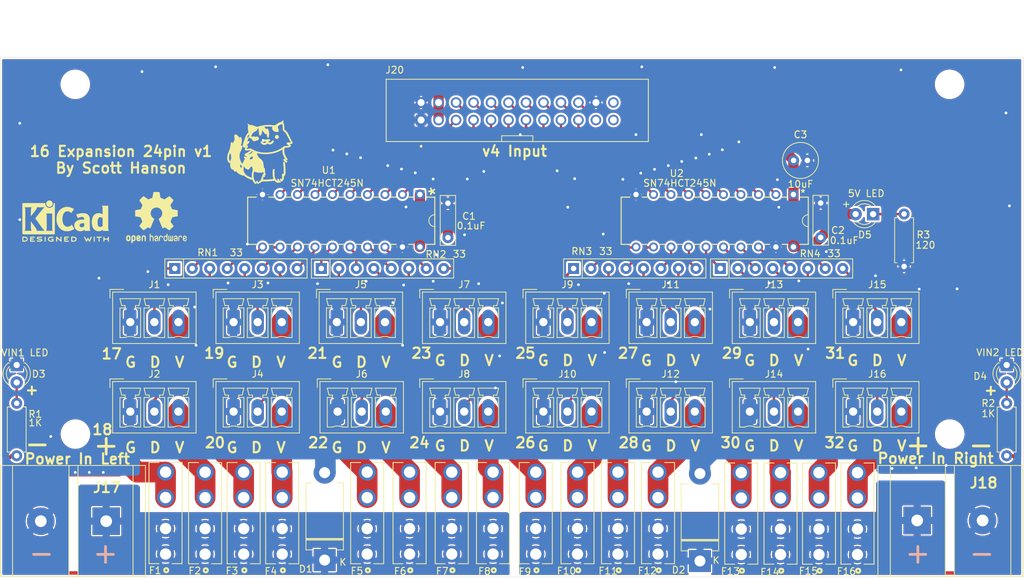
<source format=kicad_pcb>
(kicad_pcb (version 20211014) (generator pcbnew)
  (title_block (title "16 Expansion 24pin") (date "2022-05-09") (rev "v1") (company "Scott Hanson"))
  (layers (0 "F.Cu" signal) (31 "B.Cu" signal) (34 "B.Paste" user) (35 "F.Paste" user) (36 "B.SilkS" user "B.Silkscreen") (37 "F.SilkS" user "F.Silkscreen") (38 "B.Mask" user) (39 "F.Mask" user) (44 "Edge.Cuts" user))
  (net 0 "")
  (net 1 "GND")
  (net 2 "+5V")
  (net 3 "Net-(RN1-Pad4)")
  (net 4 "Net-(RN1-Pad2)")
  (net 5 "Net-(RN2-Pad3)")
  (net 6 "Net-(RN2-Pad1)")
  (net 7 "Net-(RN1-Pad8)")
  (net 8 "Net-(RN1-Pad6)")
  (net 9 "Net-(RN2-Pad7)")
  (net 10 "Net-(RN2-Pad5)")
  (net 11 "VIN1")
  (net 12 "/Output 1-8/VOUT1")
  (net 13 "/Output 1-8/VOUT2")
  (net 14 "/Output 1-8/VOUT3")
  (net 15 "/Output 1-8/VOUT4")
  (net 16 "/Output 1-8/VOUT5")
  (net 17 "/Output 1-8/VOUT6")
  (net 18 "/Output 1-8/VOUT7")
  (net 19 "VIN2")
  (net 20 "/Output 1-8/VOUT8")
  (net 21 "/Output 9-16/VOUT9")
  (net 22 "/Output 9-16/VOUT10")
  (net 23 "/Output 9-16/VOUT11")
  (net 24 "/Output 9-16/VOUT12")
  (net 25 "/Output 9-16/VOUT13")
  (net 26 "/Output 9-16/VOUT14")
  (net 27 "/Output 9-16/VOUT15")
  (net 28 "/Output 9-16/VOUT16")
  (net 29 "/Output 1-8/DOUT1")
  (net 30 "/Output 1-8/DOUT2")
  (net 31 "/Output 1-8/DOUT3")
  (net 32 "/Output 1-8/DOUT4")
  (net 33 "/Output 1-8/DOUT5")
  (net 34 "/Output 1-8/DOUT6")
  (net 35 "/Output 1-8/DOUT7")
  (net 36 "/Output 1-8/DOUT8")
  (net 37 "/Output 9-16/DOUT9")
  (net 38 "/Output 9-16/DOUT10")
  (net 39 "/Output 9-16/DOUT11")
  (net 40 "/Output 9-16/DOUT12")
  (net 41 "/Output 9-16/DOUT13")
  (net 42 "/Output 9-16/DOUT14")
  (net 43 "/Output 9-16/DOUT15")
  (net 44 "/Output 9-16/DOUT16")
  (net 45 "Net-(RN3-Pad8)")
  (net 46 "Net-(RN3-Pad6)")
  (net 47 "Net-(RN3-Pad4)")
  (net 48 "Net-(RN3-Pad2)")
  (net 49 "Net-(RN4-Pad7)")
  (net 50 "Net-(RN4-Pad5)")
  (net 51 "Net-(RN4-Pad3)")
  (net 52 "Net-(RN4-Pad1)")
  (net 53 "OUT32")
  (net 54 "OUT24")
  (net 55 "OUT31")
  (net 56 "OUT23")
  (net 57 "OUT30")
  (net 58 "OUT22")
  (net 59 "OUT21")
  (net 60 "OUT20")
  (net 61 "OUT27")
  (net 62 "OUT19")
  (net 63 "OUT26")
  (net 64 "OUT18")
  (net 65 "OUT25")
  (net 66 "OUT17")
  (net 67 "OUT29")
  (net 68 "OUT28")
  (net 69 "Net-(D3-Pad2)")
  (net 70 "Net-(D4-Pad2)")
  (net 71 "Net-(D5-Pad1)")
  (net 72 "Net-(J20-Pad24)")
  (net 73 "Net-(J20-Pad23)")
  (net 74 "Net-(J20-Pad21)")
  (footprint "Capacitor_THT:C_Rect_L7.0mm_W2.0mm_P5.00mm" (layer "F.Cu") (at 189.3824 104.3051 90)
    (fp_text reference "C2")
    (fp_text value "0.1uF")
  )
  (footprint "Connector_Phoenix_MC:PhoenixContact_MCV_1,5_3-G-3.5_1x03_P3.50mm_Vertical" (layer "F.Cu") (at 89.1 129.6)
    (fp_text reference "J2")
    (fp_text value "String2")
  )
  (footprint "Connector_Phoenix_MC:PhoenixContact_MCV_1,5_3-G-3.5_1x03_P3.50mm_Vertical" (layer "F.Cu") (at 119.1 116.6)
    (fp_text reference "J5")
    (fp_text value "String5")
  )
  (footprint "Connector_Phoenix_MC:PhoenixContact_MCV_1,5_3-G-3.5_1x03_P3.50mm_Vertical" (layer "F.Cu") (at 119.214342 129.6)
    (fp_text reference "J6")
    (fp_text value "String6")
  )
  (footprint "Connector_Phoenix_MC:PhoenixContact_MCV_1,5_3-G-3.5_1x03_P3.50mm_Vertical" (layer "F.Cu") (at 134.1 116.6)
    (fp_text reference "J7")
    (fp_text value "String7")
  )
  (footprint "Connector_Phoenix_MC:PhoenixContact_MCV_1,5_3-G-3.5_1x03_P3.50mm_Vertical" (layer "F.Cu") (at 134.1 129.6)
    (fp_text reference "J8")
    (fp_text value "String8")
  )
  (footprint "Connector_Phoenix_MC:PhoenixContact_MCV_1,5_3-G-3.5_1x03_P3.50mm_Vertical" (layer "F.Cu") (at 149.1 116.6)
    (fp_text reference "J9")
    (fp_text value "String9")
  )
  (footprint "Connector_Phoenix_MC:PhoenixContact_MCV_1,5_3-G-3.5_1x03_P3.50mm_Vertical" (layer "F.Cu") (at 149.1 129.6)
    (fp_text reference "J10")
    (fp_text value "String10")
  )
  (footprint "Connector_Phoenix_MC:PhoenixContact_MCV_1,5_3-G-3.5_1x03_P3.50mm_Vertical" (layer "F.Cu") (at 164.1 116.6)
    (fp_text reference "J11")
    (fp_text value "String11")
  )
  (footprint "Connector_Phoenix_MC:PhoenixContact_MCV_1,5_3-G-3.5_1x03_P3.50mm_Vertical" (layer "F.Cu") (at 164.1 129.6)
    (fp_text reference "J12")
    (fp_text value "String12")
  )
  (footprint "Connector_Phoenix_MC:PhoenixContact_MCV_1,5_3-G-3.5_1x03_P3.50mm_Vertical" (layer "F.Cu") (at 179.1 116.6)
    (fp_text reference "J13")
    (fp_text value "String13")
  )
  (footprint "Connector_Phoenix_MC:PhoenixContact_MCV_1,5_3-G-3.5_1x03_P3.50mm_Vertical" (layer "F.Cu") (at 179.1 129.6)
    (fp_text reference "J14")
    (fp_text value "String14")
  )
  (footprint "Connector_Phoenix_MC:PhoenixContact_MCV_1,5_3-G-3.5_1x03_P3.50mm_Vertical" (layer "F.Cu") (at 194.1 116.6)
    (fp_text reference "J15")
    (fp_text value "String15")
  )
  (footprint "Connector_Phoenix_MC:PhoenixContact_MCV_1,5_3-G-3.5_1x03_P3.50mm_Vertical" (layer "F.Cu") (at 194.1 129.6)
    (fp_text reference "J16")
    (fp_text value "String16")
  )
  (footprint "SN74HCT245N:SN74HCT245N" (layer "F.Cu") (at 162.5626 105.6886 -90)
    (fp_text reference "U2")
    (fp_text value "SN74HCT245N")
  )
  (footprint "Keystone_Fuse:FUSE_3544-2" (layer "F.Cu") (at 94.2226 144.3386 90)
    (fp_text reference "F1")
    (fp_text value "3544-2")
  )
  (footprint "Keystone_Fuse:FUSE_3544-2" (layer "F.Cu") (at 135.7926 144.3486 90)
    (fp_text reference "F7")
    (fp_text value "3544-2")
  )
  (footprint "Keystone_Fuse:FUSE_3544-2" (layer "F.Cu") (at 183.5531 144.4136 90)
    (fp_text reference "F14")
    (fp_text value "3544-2")
  )
  (footprint "Diode_THT:D_DO-201AD_P12.70mm_Horizontal" (layer "F.Cu") (at 171.8476 151.305 90)
    (fp_text reference "D2")
    (fp_text value "SB5100-T")
  )
  (footprint "Capacitor_THT:C_Rect_L7.0mm_W2.0mm_P5.00mm" (layer "F.Cu") (at 135.2423 104.3305 90)
    (fp_text reference "C1")
    (fp_text value "0.1uF")
  )
  (footprint "Keystone_Fuse:FUSE_3544-2" (layer "F.Cu") (at 99.9676 144.3536 90)
    (fp_text reference "F2")
    (fp_text value "3544-2")
  )
  (footprint "Keystone_Fuse:FUSE_3544-2" (layer "F.Cu") (at 129.6726 144.3486 90)
    (fp_text reference "F6")
    (fp_text value "3544-2")
  )
  (footprint "Keystone_Fuse:FUSE_3544-2" (layer "F.Cu") (at 141.7931 144.3486 90)
    (fp_text reference "F8")
    (fp_text value "3544-2")
  )
  (footprint "Keystone_Fuse:FUSE_3544-2" (layer "F.Cu") (at 148.0026 144.3486 90)
    (fp_text reference "F9")
    (fp_text value "3544-2")
  )
  (footprint "Keystone_Fuse:FUSE_3544-2" (layer "F.Cu") (at 154.0626 144.3486 90)
    (fp_text reference "F10")
    (fp_text value "3544-2")
  )
  (footprint "Keystone_Fuse:FUSE_3544-2" (layer "F.Cu") (at 194.7291 144.4136 90)
    (fp_text reference "F16")
    (fp_text value "3544-2")
  )
  (footprint "Keystone_Fuse:FUSE_3544-2" (layer "F.Cu") (at 123.5126 144.3486 90)
    (fp_text reference "F5")
    (fp_text value "3544-2")
  )
  (footprint "Keystone_Fuse:FUSE_3544-2" (layer "F.Cu") (at 105.5676 144.3536 90)
    (fp_text reference "F3")
    (fp_text value "3544-2")
  )
  (footprint "Keystone_Fuse:FUSE_3544-2" (layer "F.Cu") (at 177.8476 144.4136 90)
    (fp_text reference "F13")
    (fp_text value "3544-2")
  )
  (footprint "Resistor_THT:R_Array_SIP8" (layer "F.Cu") (at 95.5615 108.8136)
    (fp_text reference "RN1")
    (fp_text value "33")
  )
  (footprint "Keystone_Fuse:FUSE_3544-2" (layer "F.Cu") (at 159.9426 144.3486 90)
    (fp_text reference "F11")
    (fp_text value "3544-2")
  )
  (footprint "Resistor_THT:R_Array_SIP8" (layer "F.Cu") (at 153.4862 108.8136)
    (fp_text reference "RN3")
    (fp_text value "33")
  )
  (footprint "Resistor_THT:R_Array_SIP8" (layer "F.Cu") (at 174.8126 108.8136)
    (fp_text reference "RN4")
    (fp_text value "33")
  )
  (footprint "Resistor_THT:R_Array_SIP8" (layer "F.Cu") (at 116.8527 108.8136)
    (fp_text reference "RN2")
    (fp_text value "33")
  )
  (footprint "Keystone_Fuse:FUSE_3544-2" (layer "F.Cu") (at 111.1676 144.3536 90)
    (fp_text reference "F4")
    (fp_text value "3544-2")
  )
  (footprint "Connector_Phoenix_MC:PhoenixContact_MCV_1,5_3-G-3.5_1x03_P3.50mm_Vertical" (layer "F.Cu") (at 89.1 116.6)
    (fp_text reference "J1")
    (fp_text value "String1")
  )
  (footprint "Connector_Phoenix_MC:PhoenixContact_MCV_1,5_3-G-3.5_1x03_P3.50mm_Vertical" (layer "F.Cu") (at 104.1 116.6)
    (fp_text reference "J3")
    (fp_text value "String3")
  )
  (footprint "Connector_Phoenix_MC:PhoenixContact_MCV_1,5_3-G-3.5_1x03_P3.50mm_Vertical" (layer "F.Cu") (at 104.1 129.6)
    (fp_text reference "J4")
    (fp_text value "String4")
  )
  (footprint "Diode_THT:D_DO-201AD_P12.70mm_Horizontal" (layer "F.Cu") (at 117.3326 151.1686 90)
    (fp_text reference "D1")
    (fp_text value "SB5100-T")
  )
  (footprint "Keystone_Fuse:FUSE_3544-2" (layer "F.Cu") (at 189.1411 144.4136 90)
    (fp_text reference "F15")
    (fp_text value "3544-2")
  )
  (footprint "Keystone_Fuse:FUSE_3544-2" (layer "F.Cu") (at 165.7611 144.3486 90)
    (fp_text reference "F12")
    (fp_text value "3544-2")
  )
  (footprint "MountingHole:MountingHole_3.7mm" (layer "F.Cu") (at 81.113 82.0666)
    (fp_text reference "REF**")
    (fp_text value "MountingHole_3.7mm")
  )
  (footprint "MountingHole:MountingHole_3.7mm" (layer "F.Cu") (at 208.113 82.0666)
    (fp_text reference "REF**")
    (fp_text value "MountingHole_3.7mm")
  )
  (footprint "SN74HCT245N:SN74HCT245N" (layer "F.Cu") (at 108.3126 105.6886 -90)
    (fp_text reference "U1")
    (fp_text value "SN74HCT245N")
  )
  (footprint "LED_THT:LED_D3.0mm_Clear" (layer "F.Cu") (at 72.601 122.831 -90)
    (fp_text reference "D3")
    (fp_text value "VIN1 LED")
  )
  (footprint "Resistor_THT:R_Axial_DIN0207_L6.3mm_D2.5mm_P7.62mm_Horizontal" (layer "F.Cu") (at 72.601 128.392 -90)
    (fp_text reference "R1")
    (fp_text value "1K")
  )
  (footprint "LED_THT:LED_D3.0mm_Clear" (layer "F.Cu") (at 197.001 100.9178 180)
    (fp_text reference "D5")
    (fp_text value "5V LED")
  )
  (footprint "Resistor_THT:R_Axial_DIN0207_L6.3mm_D2.5mm_P7.62mm_Horizontal" (layer "F.Cu") (at 201.501 108.5178 90)
    (fp_text reference "R3")
    (fp_text value "120")
  )
  (footprint "Symbol:OSHW-Logo2_9.8x8mm_SilkScreen" (layer "F.Cu") (at 92.901 101.4178)
    (fp_text reference "REF**" hide)
    (fp_text value "OSHW-Logo2_9.8x8mm_SilkScreen" hide)
  )
  (footprint "Symbol:KiCad-Logo2_5mm_SilkScreen" (layer "F.Cu") (at 79.701 101.9178)
    (fp_text reference "REF**" hide)
    (fp_text value "KiCad-Logo2_5mm_SilkScreen" hide)
  )
  (footprint "Barrier_Blocks:BARRIER_BLOCK_1ROW_2POS_P9.5MM" (layer "F.Cu") (at 91.301 137.4178 180)
    (fp_text reference "J17")
    (fp_text value "Power In Left")
  )
  (footprint "MountingHole:MountingHole_3.7mm" (layer "F.Cu") (at 208.1276 132.8666)
    (fp_text reference "REF**")
    (fp_text value "MountingHole_3.7mm")
  )
  (footprint "Barrier_Blocks:BARRIER_BLOCK_1ROW_2POS_P9.5MM" (layer "F.Cu") (at 197.701 153.5178)
    (fp_text reference "J18")
    (fp_text value "Power In Right")
  )
  (footprint "Resistor_THT:R_Axial_DIN0207_L6.3mm_D2.5mm_P7.62mm_Horizontal" (layer "F.Cu") (at 216.401 128.392 -90)
    (fp_text reference "R2")
    (fp_text value "1K")
  )
  (footprint "LED_THT:LED_D3.0mm_Clear" (layer "F.Cu") (at 216.401 122.831 -90)
    (fp_text reference "D4")
    (fp_text value "VIN2 LED")
  )
  (footprint "302-S241:OST_302-S241" (layer "F.Cu") (at 145.311 85.9778)
    (fp_text reference "J20")
    (fp_text value "v4 Input")
  )
  (footprint "Scotts:chewi_15" (layer "F.Cu") (at 107.721 90.7478)
    (fp_text reference "G***")
    (fp_text value "LOGO" hide)
  )
  (footprint "MountingHole:MountingHole_3.7mm" (layer "F.Cu") (at 81.1276 132.8666)
    (fp_text reference "REF**")
    (fp_text value "MountingHole_3.7mm")
  )
  (footprint "Capacitor_THT:C_Radial_D5.0mm_H11.0mm_P2.00mm" (layer "F.Cu") (at 185.451 93.1178)
    (fp_text reference "C3")
    (fp_text value "10uF")
  )
  (gr_line (start 218.801 153.6178) (end 218.801 78.1178) (layer "Edge.Cuts") (width 0.05))
  (gr_line (start 70.201 78.1178) (end 70.201 153.6178) (layer "Edge.Cuts") (width 0.05))
  (gr_line (start 218.801 78.1178) (end 70.201 78.1178) (layer "Edge.Cuts") (width 0.05))
  (gr_line (start 218.801 153.6178) (end 70.201 153.6178) (layer "Edge.Cuts") (width 0.05))
  (gr_text "-" (at 76.201 150.1178) (layer "B.SilkS") (effects (font (size 3 3) (thickness 0.4)) (justify mirror)))
  (gr_text "+" (at 85.501 150.1178) (layer "B.SilkS") (effects (font (size 3 3) (thickness 0.4)) (justify mirror)))
  (gr_text "+" (at 203.501 150.1178) (layer "B.SilkS") (effects (font (size 3 3) (thickness 0.4)) (justify mirror)))
  (gr_text "-" (at 212.801 150.1178) (layer "B.SilkS") (effects (font (size 3 3) (thickness 0.4)) (justify mirror)))
  (gr_text "G" (at 103.886 134.828) (layer "F.SilkS") (effects (font (size 1.5 1.5) (thickness 0.3))))
  (gr_text "D" (at 122.682 134.828) (layer "F.SilkS") (effects (font (size 1.5 1.5) (thickness 0.3))))
  (gr_text "V" (at 171.196 134.574) (layer "F.SilkS") (effects (font (size 1.5 1.5) (thickness 0.3))))
  (gr_text "D" (at 167.64 134.574) (layer "F.SilkS") (effects (font (size 1.5 1.5) (thickness 0.3))))
  (gr_text "V" (at 186.182 134.574) (layer "F.SilkS") (effects (font (size 1.5 1.5) (thickness 0.3))))
  (gr_text "G" (at 119.126 134.828) (layer "F.SilkS") (effects (font (size 1.5 1.5) (thickness 0.3))))
  (gr_text "G" (at 179.07 134.574) (layer "F.SilkS") (effects (font (size 1.5 1.5) (thickness 0.3))))
  (gr_text "V" (at 201.168 134.574) (layer "F.SilkS") (effects (font (size 1.5 1.5) (thickness 0.3))))
  (gr_text "D" (at 197.612 134.574) (layer "F.SilkS") (effects (font (size 1.5 1.5) (thickness 0.3))))
  (gr_text "G" (at 194.056 134.574) (layer "F.SilkS") (effects (font (size 1.5 1.5) (thickness 0.3))))
  (gr_text "D" (at 137.668 134.574) (layer "F.SilkS") (effects (font (size 1.5 1.5) (thickness 0.3))))
  (gr_text "D" (at 107.442 134.828) (layer "F.SilkS") (effects (font (size 1.5 1.5) (thickness 0.3))))
  (gr_text "D" (at 182.626 134.574) (layer "F.SilkS") (effects (font (size 1.5 1.5) (thickness 0.3))))
  (gr_text "V" (at 96.266 134.828) (layer "F.SilkS") (effects (font (size 1.5 1.5) (thickness 0.3))))
  (gr_text "V" (at 156.21 134.574) (layer "F.SilkS") (effects (font (size 1.5 1.5) (thickness 0.3))))
  (gr_text "G" (at 149.098 134.574) (layer "F.SilkS") (effects (font (size 1.5 1.5) (thickness 0.3))))
  (gr_text "G" (at 134.112 134.574) (layer "F.SilkS") (effects (font (size 1.5 1.5) (thickness 0.3))))
  (gr_text "V" (at 110.998 134.828) (layer "F.SilkS") (effects (font (size 1.5 1.5) (thickness 0.3))))
  (gr_text "G" (at 89.154 134.828) (layer "F.SilkS") (effects (font (size 1.5 1.5) (thickness 0.3))))
  (gr_text "D" (at 92.71 134.828) (layer "F.SilkS") (effects (font (size 1.5 1.5) (thickness 0.3))))
  (gr_text "V" (at 141.224 134.574) (layer "F.SilkS") (effects (font (size 1.5 1.5) (thickness 0.3))))
  (gr_text "V" (at 126.238 134.828) (layer "F.SilkS") (effects (font (size 1.5 1.5) (thickness 0.3))))
  (gr_text "D" (at 152.654 134.574) (layer "F.SilkS") (effects (font (size 1.5 1.5) (thickness 0.3))))
  (gr_text "G" (at 164.084 134.574) (layer "F.SilkS") (effects (font (size 1.5 1.5) (thickness 0.3))))
  (gr_text "D" (at 92.71 122.428) (layer "F.SilkS") (effects (font (size 1.5 1.5) (thickness 0.3))))
  (gr_text "G" (at 89.154 122.428) (layer "F.SilkS") (effects (font (size 1.5 1.5) (thickness 0.3))))
  (gr_text "V" (at 96.266 122.428) (layer "F.SilkS") (effects (font (size 1.5 1.5) (thickness 0.3))))
  (gr_text "+" (at 203.541 134.3658) (layer "F.SilkS") (effects (font (size 3 3) (thickness 0.4))))
  (gr_text "${TITLE} ${REVISION}\nBy ${COMPANY}\n" (at 87.751 93.0178) (layer "F.SilkS") (effects (font (size 1.5 1.5) (thickness 0.3))))
  (gr_text "17" (at 86.401 121.2178) (layer "F.SilkS") (effects (font (size 1.5 1.5) (thickness 0.3))))
  (gr_text "22" (at 116.401 134.1178) (layer "F.SilkS") (effects (font (size 1.5 1.5) (thickness 0.3))))
  (gr_text "31" (at 191.501 121.1178) (layer "F.SilkS") (effects (font (size 1.5 1.5) (thickness 0.3))))
  (gr_text "V" (at 156.21 122.174) (layer "F.SilkS") (effects (font (size 1.5 1.5) (thickness 0.3))))
  (gr_text "G" (at 149.098 122.174) (layer "F.SilkS") (effects (font (size 1.5 1.5) (thickness 0.3))))
  (gr_text "D" (at 137.668 122.174) (layer "F.SilkS") (effects (font (size 1.5 1.5) (thickness 0.3))))
  (gr_text "V" (at 171.196 122.174) (layer "F.SilkS") (effects (font (size 1.5 1.5) (thickness 0.3))))
  (gr_text "V" (at 110.998 122.428) (layer "F.SilkS") (effects (font (size 1.5 1.5) (thickness 0.3))))
  (gr_text "D" (at 152.654 122.174) (layer "F.SilkS") (effects (font (size 1.5 1.5) (thickness 0.3))))
  (gr_text "D" (at 107.442 122.428) (layer "F.SilkS") (effects (font (size 1.5 1.5) (thickness 0.3))))
  (gr_text "G" (at 179.07 122.174) (layer "F.SilkS") (effects (font (size 1.5 1.5) (thickness 0.3))))
  (gr_text "+" (at 193.101 99.4178) (layer "F.SilkS") (effects (font (size 1 1))))
  (gr_text "19" (at 101.301 121.1178) (layer "F.SilkS") (effects (font (size 1.5 1.5) (thickness 0.3))))
  (gr_text "32" (at 191.401 134.1178) (layer "F.SilkS") (effects (font (size 1.5 1.5) (thickness 0.3))))
  (gr_text "G" (at 194.056 122.174) (layer "F.SilkS") (effects (font (size 1.5 1.5) (thickness 0.3))))
  (gr_text "18" (at 85.051 132.2178) (layer "F.SilkS") (effects (font (size 1.5 1.5) (thickness 0.3))))
  (gr_text "29" (at 176.501 121.1178) (layer "F.SilkS") (effects (font (size 1.5 1.5) (thickness 0.3))))
  (gr_text "V" (at 126.238 122.428) (layer "F.SilkS") (effects (font (size 1.5 1.5) (thickness 0.3))))
  (gr_text "27" (at 161.401 121.1178) (layer "F.SilkS") (effects (font (size 1.5 1.5) (thickness 0.3))))
  (gr_text "26" (at 146.501 134.1178) (layer "F.SilkS") (effects (font (size 1.5 1.5) (thickness 0.3))))
  (gr_text "G" (at 134.112 122.174) (layer "F.SilkS") (effects (font (size 1.5 1.5) (thickness 0.3))))
  (gr_text "28" (at 161.501 134.1178) (layer "F.SilkS") (effects (font (size 1.5 1.5) (thickness 0.3))))
  (gr_text "-" (at 212.685 134.3658) (layer "F.SilkS") (effects (font (size 3 3) (thickness 0.4))))
  (gr_text "21" (at 116.301 121.1178) (layer "F.SilkS") (effects (font (size 1.5 1.5) (thickness 0.3))))
  (gr_text "D" (at 197.612 122.174) (layer "F.SilkS") (effects (font (size 1.5 1.5) (thickness 0.3))))
  (gr_text "V" (at 141.224 122.174) (layer "F.SilkS") (effects (font (size 1.5 1.5) (thickness 0.3))))
  (gr_text "-" (at 75.601 134.2178) (layer "F.SilkS") (effects (font (size 3 3) (thickness 0.4))))
  (gr_text "V" (at 201.168 122.174) (layer "F.SilkS") (effects (font (size 1.5 1.5) (thickness 0.3))))
  (gr_text "23" (at 131.401 121.1178) (layer "F.SilkS") (effects (font (size 1.5 1.5) (thickness 0.3))))
  (gr_text "24" (at 131.101 134.1178) (layer "F.SilkS") (effects (font (size 1.5 1.5) (thickness 0.3))))
  (gr_text "G" (at 119.126 122.428) (layer "F.SilkS") (effects (font (size 1.5 1.5) (thickness 0.3))))
  (gr_text "D" (at 182.626 122.174) (layer "F.SilkS") (effects (font (size 1.5 1.5) (thickness 0.3))))
  (gr_text "G" (at 164.084 122.174) (layer "F.SilkS") (effects (font (size 1.5 1.5) (thickness 0.3))))
  (gr_text "D" (at 122.682 122.428) (layer "F.SilkS") (effects (font (size 1.5 1.5) (thickness 0.3))))
  (gr_text "30" (at 176.301 134.1178) (layer "F.SilkS") (effects (font (size 1.5 1.5) (thickness 0.3))))
  (gr_text "G" (at 103.886 122.428) (layer "F.SilkS") (effects (font (size 1.5 1.5) (thickness 0.3))))
  (gr_text "V" (at 186.182 122.174) (layer "F.SilkS") (effects (font (size 1.5 1.5) (thickness 0.3))))
  (gr_text "25" (at 146.501 121.1178) (layer "F.SilkS") (effects (font (size 1.5 1.5) (thickness 0.3))))
  (gr_text "+" (at 214.101 126.4678) (layer "F.SilkS") (effects (font (size 1.5 1.5) (thickness 0.3))))
  (gr_text "+" (at 74.801 126.4178) (layer "F.SilkS") (effects (font (size 1.5 1.5) (thickness 0.3))))
  (gr_text "20" (at 101.401 134.1178) (layer "F.SilkS") (effects (font (size 1.5 1.5) (thickness 0.3))))
  (gr_text "D" (at 167.64 122.174) (layer "F.SilkS") (effects (font (size 1.5 1.5) (thickness 0.3))))
  (gr_text "+" (at 85.601 134.4178) (layer "F.SilkS") (effects (font (size 3 3) (thickness 0.4))))
  (via (at 187.551 120.5178) (size 0.8) (drill 0.4) (layers "F.Cu" "B.Cu") (net 1))
  (via (at 183.101 95.9178) (size 0.8) (drill 0.4) (layers "F.Cu" "B.Cu") (net 1))
  (via (at 128.501 94.3678) (size 0.8) (drill 0.4) (layers "F.Cu" "B.Cu") (net 1))
  (via (at 154.201 111.1678) (size 0.8) (drill 0.4) (layers "F.Cu" "B.Cu") (net 1))
  (via (at 209.201 111.7678) (size 0.8) (drill 0.4) (layers "F.Cu" "B.Cu") (net 1))
  (via (at 168.351 125.2678) (size 0.8) (drill 0.4) (layers "F.Cu" "B.Cu") (net 1))
  (via (at 84.551 110.2178) (size 0.8) (drill 0.4) (layers "F.Cu" "B.Cu") (net 1))
  (via (at 122.551 92.7178) (size 0.8) (drill 0.4) (layers "F.Cu" "B.Cu") (net 1))
  (via (at 145.751 89.3678) (size 0.8) (drill 0.4) (layers "F.Cu" "B.Cu") (net 1))
  (via (at 171.251 92.7678) (size 0.8) (drill 0.4) (layers "F.Cu" "B.Cu") (net 1))
  (via (at 91.651 109.2678) (size 0.8) (drill 0.4) (layers "F.Cu" "B.Cu") (net 1))
  (via (at 123.351 110.6678) (size 0.8) (drill 0.4) (layers "F.Cu" "B.Cu") (net 1))
  (via (at 98.451 114.4178) (size 0.8) (drill 0.4) (layers "F.Cu" "B.Cu") (net 1))
  (via (at 81.113 138.4298) (size 0.8) (drill 0.4) (layers "F.Cu" "B.Cu") (net 1))
  (via (at 157.951 112.4178) (size 0.8) (drill 0.4) (layers "F.Cu" "B.Cu") (net 1))
  (via (at 167.251 110.9178) (size 0.8) (drill 0.4) (layers "F.Cu" "B.Cu") (net 1))
  (via (at 138.051 95.8178) (size 0.8) (drill 0.4) (layers "F.Cu" "B.Cu") (net 1))
  (via (at 73.051 87.7178) (size 0.8) (drill 0.4) (layers "F.Cu" "B.Cu") (net 1))
  (via (at 207.605 137.4138) (size 0.8) (drill 0.4) (layers "F.Cu" "B.Cu") (net 1))
  (via (at 90.801 80.2178) (size 0.8) (drill 0.4) (layers "F.Cu" "B.Cu") (net 1))
  (via (at 73.051 101.7178) (size 0.8) (drill 0.4) (layers "F.Cu" "B.Cu") (net 1))
  (via (at 133.551 106.8178) (size 0.8) (drill 0.4) (layers "F.Cu" "B.Cu") (net 1))
  (via (at 190.201 106.3678) (size 0.8) (drill 0.4) (layers "F.Cu" "B.Cu") (net 1))
  (via (at 118.551 91.6178) (size 0.8) (drill 0.4) (layers "F.Cu" "B.Cu") (net 1))
  (via (at 163.401 79.5178) (size 0.8) (drill 0.4) (layers "F.Cu" "B.Cu") (net 1))
  (via (at 108.401 90.2178) (size 0.8) (drill 0.4) (layers "F.Cu" "B.Cu") (net 1))
  (via (at 177.501 90.4178) (size 0.8) (drill 0.4) (layers "F.Cu" "B.Cu") (net 1))
  (via (at 85.177 138.4298) (size 0.8) (drill 0.4) (layers "F.Cu" "B.Cu") (net 1))
  (via (at 216.301 86.2178) (size 0.8) (drill 0.4) (layers "F.Cu" "B.Cu") (net 1))
  (via (at 163.251 94.9678) (size 0.8) (drill 0.4) (layers "F.Cu" "B.Cu") (net 1))
  (via (at 103.301 110.9178) (size 0.8) (drill 0.4) (layers "F.Cu" "B.Cu") (net 1))
  (via (at 216.801 99.7178) (size 0.8) (drill 0.4) (layers "F.Cu" "B.Cu") (net 1))
  (via (at 165.251 94.4178) (size 0.8) (drill 0.4) (layers "F.Cu" "B.Cu") (net 1))
  (via (at 143.151 113.8178) (size 0.8) (drill 0.4) (layers "F.Cu" "B.Cu") (net 1))
  (via (at 169.201 93.2678) (size 0.8) (drill 0.4) (layers "F.Cu" "B.Cu") (net 1))
  (via (at 139.701 111.0178) (size 0.8) (drill 0.4) (layers "F.Cu" "B.Cu") (net 1))
  (via (at 127.251 113.7678) (size 0.8) (drill 0.4) (layers "F.Cu" "B.Cu") (net 1))
  (via (at 117.801 79.2178) (size 0.8) (drill 0.4) (layers "F.Cu" "B.Cu") (net 1))
  (via (at 120.551 92.1678) (size 0.8) (drill 0.4) (layers "F.Cu" "B.Cu") (net 1))
  (via (at 153.651 95.7678) (size 0.8) (drill 0.4) (layers "F.Cu" "B.Cu") (net 1))
  (via (at 142.751 121.5178) (size 0.8) (drill 0.4) (layers "F.Cu" "B.Cu") (net 1))
  (via (at 201.051 79.9678) (size 0.8) (drill 0.4) (layers "F.Cu" "B.Cu") (net 1))
  (via (at 152.651 99.9178) (size 0.8) (drill 0.4) (layers "F.Cu" "B.Cu") (net 1))
  (via (at 161.501 111.0178) (size 0.8) (drill 0.4) (layers "F.Cu" "B.Cu") (net 1))
  (via (at 199.751 137.8678) (size 0.8) (drill 0.4) (layers "F.Cu" "B.Cu") (net 1))
  (via (at 181.901 110.9178) (size 0.8) (drill 0.4) (layers "F.Cu" "B.Cu") (net 1))
  (via (at 77.551 133.2178) (size 0.8) (drill 0.4) (layers "F.Cu" "B.Cu") (net 1))
  (via (at 167.251 93.8678) (size 0.8) (drill 0.4) (layers "F.Cu" "B.Cu") (net 1))
  (via (at 157.801 103.8178) (size 0.8) (drill 0.4) (layers "F.Cu" "B.Cu") (net 1))
  (via (at 158.001 121.0178) (size 0.8) (drill 0.4) (layers "F.Cu" "B.Cu") (net 1))
  (via (at 186.201 110.6178) (size 0.8) (drill 0.4) (layers "F.Cu" "B.Cu") (net 1))
  (via (at 142.151 126.1678) (size 0.8) (drill 0.4) (layers "F.Cu" "B.Cu") (net 1))
  (via (at 151.101 94.6178) (size 0.8) (drill 0.4) (layers "F.Cu" "B.Cu") (net 1))
  (via (at 128.651 119.9678) (size 0.8) (drill 0.4) (layers "F.Cu" "B.Cu") (net 1))
  (via (at 106.101 105.2678) (size 0.8) (drill 0.4) (layers "F.Cu" "B.Cu") (net 1))
  (via (at 203.251 137.7678) (size 0.8) (drill 0.4) (layers "F.Cu" "B.Cu") (net 1))
  (via (at 183.301 99.9178) (size 0.8) (drill 0.4) (layers "F.Cu" "B.Cu") (net 1))
  (via (at 133.101 110.6678) (size 0.8) (drill 0.4) (layers "F.Cu" "B.Cu") (net 1))
  (via (at 173.201 92.2178) (size 0.8) (drill 0.4) (layers "F.Cu" "B.Cu") (net 1))
  (via (at 128.801 111.2178) (size 0.8) (drill 0.4) (layers "F.Cu" "B.Cu") (net 1))
  (via (at 130.501 94.9178) (size 0.8) (drill 0.4) (layers "F.Cu" "B.Cu") (net 1))
  (via (at 116.301 111.0178) (size 0.8) (drill 0.4) (layers "F.Cu" "B.Cu") (net 1))
  (via (at 83.145 138.4298) (size 0.8) (drill 0.4) (layers "F.Cu" "B.Cu") (net 1))
  (via (at 160.651 95.8678) (size 0.8) (drill 0.4) (layers "F.Cu" "B.Cu") (net 1))
  (via (at 203.701 111.8178) (size 0.8) (drill 0.4) (layers "F.Cu" "B.Cu") (net 1))
  (via (at 98.651 119.9678) (size 0.8) (drill 0.4) (layers "F.Cu" "B.Cu") (net 1))
  (via (at 101.501 79.5178) (size 0.8) (drill 0.4) (layers "F.Cu" "B.Cu") (net 1))
  (via (at 94.601 111.1678) (size 0.8) (drill 0.4) (layers "F.Cu" "B.Cu") (net 1))
  (via (at 173.301 114.7178) (size 0.8) (drill 0.4) (layers "F.Cu" "B.Cu") (net 1))
  (via (at 197.351 109.8678) (size 0.8) (drill 0.4) (layers "F.Cu" "B.Cu") (net 1))
  (via (at 137.651 103.9178) (size 0.8) (drill 0.4) (layers "F.Cu" "B.Cu") (net 1))
  (via (at 109.101 110.9178) (size 0.8) (drill 0.4) (layers "F.Cu" "B.Cu") (net 1))
  (via (at 133.101 95.8178) (size 0.8) (drill 0.4) (layers "F.Cu" "B.Cu") (net 1))
  (via (at 172.051 89.3678) (size 0.8) (drill 0.4) (layers "F.Cu" "B.Cu") (net 1))
  (via (at 140.451 94.7178) (size 0.8) (drill 0.4) (layers "F.Cu" "B.Cu") (net 1))
  (via (at 182.701 79.6178) (size 0.8) (drill 0.4) (layers "F.Cu" "B.Cu") (net 1))
  (via (at 146.101 79.6178) (size 0.8) (drill 0.4) (layers "F.Cu" "B.Cu") (net 1))
  (via (at 162.551 89.3678) (size 0.8) (drill 0.4) (layers "F.Cu" "B.Cu") (net 1))
  (via (at 129.151 99.8678) (size 0.8) (drill 0.4) (layers "F.Cu" "B.Cu") (net 1))
  (via (at 175.101 91.5678) (size 0.8) (drill 0.4) (layers "F.Cu" "B.Cu") (net 1))
  (via (at 126.501 93.8678) (size 0.8) (drill 0.4) (layers "F.Cu" "B.Cu") (net 1))
  (segment (start 171.8476 136.8524) (end 179.1 129.6) (width 3) (layer "B.Cu") (net 1))
  (segment (start 117.4426 138.3586) (end 117.3326 138.4686) (width 3) (layer "B.Cu") (net 1))
  (segment (start 119.214342 129.6) (end 117.4426 131.371742) (width 3) (layer "B.Cu") (net 1))
  (segment (start 117.4426 131.371742) (end 117.4426 138.3586) (width 3) (layer "B.Cu") (net 1))
  (segment (start 171.8476 138.605) (end 171.8476 136.8524) (width 3) (layer "B.Cu") (net 1))
  (segment (start 192.7697 100.9178) (end 189.3824 104.3051) (width 1.5) (layer "F.Cu") (net 2))
  (segment (start 135.2423 102.0983) (end 134.8526 101.7086) (width 1.5) (layer "F.Cu") (net 2))
  (segment (start 189.3824 104.3051) (end 189.3824 104.3364) (width 1.5) (layer "F.Cu") (net 2))
  (segment (start 175.276489 82.893289) (end 185.451 93.0678) (width 1.5) (layer "F.Cu") (net 2))
  (segment (start 133.4838 101.7086) (end 134.8526 101.7086) (width 1.5) (layer "F.Cu") (net 2))
  (segment (start 194.461 100.9178) (end 192.7697 100.9178) (width 1.5) (layer "F.Cu") (net 2))
  (segment (start 131.1726 98.0686) (end 131.1726 101.060901) (width 1.5) (layer "F.Cu") (net 2))
  (segment (start 185.4226 102.2962) (end 185.4226 105.6886) (width 1.5) (layer "F.Cu") (net 2))
  (segment (start 185.4226 100.2163) (end 185.4226 105.6886) (width 1.5) (layer "F.Cu") (net 2))
  (segment (start 132.6649 101.7086) (end 134.8526 101.7086) (width 1.5) (layer "F.Cu") (net 2))
  (segment (start 134.8526 101.7086) (end 184.835 101.7086) (width 1.5) (layer "F.Cu") (net 2))
  (segment (start 188.101 105.6178) (end 185.4934 105.6178) (width 1.5) (layer "F.Cu") (net 2))
  (segment (start 131.820299 101.7086) (end 132.6649 101.7086) (width 1.5) (layer "F.Cu") (net 2))
  (segment (start 189.3824 104.3364) (end 188.101 105.6178) (width 1.5) (layer "F.Cu") (net 2))
  (segment (start 133.881 83.625927) (end 134.613638 82.893289) (width 1.5) (layer "F.Cu") (net 2))
  (segment (start 131.1726 105.6886) (end 131.1726 102.356299) (width 1.5) (layer "F.Cu") (net 2))
  (segment (start 185.451 93.0678) (end 185.4226 93.0962) (width 1.5) (layer "F.Cu") (net 2))
  (segment (start 131.820299 101.7086) (end 133.4838 101.7086) (width 1.5) (layer "F.Cu") (net 2))
  (segment (start 185.4226 98.0686) (end 185.4226 100.2163) (width 1.5) (layer "F.Cu") (net 2))
  (segment (start 185.4226 93.0962) (end 185.4226 98.0686) (width 1.5) (layer "F.Cu") (net 2))
  (segment (start 131.1726 101.060901) (end 131.820299 101.7086) (width 1.5) (layer "F.Cu") (net 2))
  (segment (start 133.881 87.2478) (end 133.881 84.7078) (width 1.5) (layer "F.Cu") (net 2))
  (segment (start 131.1726 102.356299) (end 131.820299 101.7086) (width 1.5) (layer "F.Cu") (net 2))
  (segment (start 132.6649 101.7086) (end 133.4838 101.7086) (width 1.5) (layer "F.Cu") (net 2))
  (segment (start 185.4934 105.6178) (end 185.4226 105.6886) (width 1.5) (layer "F.Cu") (net 2))
  (segment (start 184.835 101.7086) (end 185.4226 102.2962) (width 1.5) (layer "F.Cu") (net 2))
  (segment (start 134.613638 82.893289) (end 175.276489 82.893289) (width 1.5) (layer "F.Cu") (net 2))
  (segment (start 135.2423 104.3305) (end 135.2423 102.0983) (width 1.5) (layer "F.Cu") (net 2))
  (segment (start 133.881 84.7078) (end 133.881 83.625927) (width 1.5) (layer "F.Cu") (net 2))
  (segment (start 104.7343 107.2608) (end 108.320114 107.2608) (width 0.35) (layer "F.Cu") (net 3))
  (segment (start 103.1815 108.8136) (end 104.7343 107.2608) (width 0.35) (layer "F.Cu") (net 3))
  (segment (start 108.320114 107.2608) (end 109.824014 105.7569) (width 0.35) (layer "F.Cu") (net 3))
  (segment (start 109.824014 105.7569) (end 110.74 105.7569) (width 0.35) (layer "F.Cu") (net 3))
  (segment (start 100.2893 106.6258) (end 107.3311 106.6258) (width 0.35) (layer "F.Cu") (net 4))
  (segment (start 98.1015 108.8136) (end 100.2893 106.6258) (width 0.35) (layer "F.Cu") (net 4))
  (segment (start 107.3311 106.6258) (end 108.2 105.7569) (width 0.35) (layer "F.Cu") (net 4))
  (segment (start 121.9327 106.7896) (end 120.9 105.7569) (width 0.35) (layer "F.Cu") (net 5))
  (segment (start 121.9327 108.8136) (end 121.9327 106.7896) (width 0.35) (layer "F.Cu") (net 5))
  (segment (start 116.8527 107.2642) (end 116.8527 108.8136) (width 0.35) (layer "F.Cu") (net 6))
  (segment (start 118.36 105.7569) (end 116.8527 107.2642) (width 0.35) (layer "F.Cu") (net 6))
  (segment (start 115.82 106.3351) (end 115.82 105.7569) (width 0.35) (layer "F.Cu") (net 7))
  (segment (start 113.3415 108.8136) (end 115.82 106.3351) (width 0.35) (layer "F.Cu") (net 7))
  (segment (start 108.2615 108.8136) (end 110.1665 106.9086) (width 0.35) (layer "F.Cu") (net 8))
  (segment (start 112.1283 106.9086) (end 112.632301 106.404599) (width 0.35) (layer "F.Cu") (net 8))
  (segment (start 112.632301 106.404599) (end 113.28 105.7569) (width 0.35) (layer "F.Cu") (net 8))
  (segment (start 110.1665 106.9086) (end 112.1283 106.9086) (width 0.35) (layer "F.Cu") (net 8))
  (segment (start 130.5179 107.2388) (end 132.0927 108.8136) (width 0.35) (layer "F.Cu") (net 9))
  (segment (start 125.98 105.7569) (end 127.4619 107.2388) (width 0.35) (layer "F.Cu") (net 9))
  (segment (start 127.4619 107.2388) (end 130.5179 107.2388) (width 0.35) (layer "F.Cu") (net 9))
  (segment (start 123.44 105.7569) (end 123.8671 105.7569) (width 0.35) (layer "F.Cu") (net 10))
  (segment (start 123.8671 105.7569) (end 126.9238 108.8136) (width 0.35) (layer "F.Cu") (net 10))
  (segment (start 126.9238 108.8136) (end 127.0127 108.8136) (width 0.35) (layer "F.Cu") (net 10))
  (segment (start 72.601 136.012) (end 71.8468 136.012) (width 0.5) (layer "F.Cu") (net 11))
  (segment (start 82.757839 153.04096) (end 85.601 150.1978) (width 0.5) (layer "F.Cu") (net 11))
  (segment (start 71.8468 136.012) (end 70.77601 137.08279) (width 0.5) (layer "F.Cu") (net 11))
  (segment (start 70.77601 137.08279) (end 70.77601 153.040805) (width 0.5) (layer "F.Cu") (net 11))
  (segment (start 70.77601 153.040805) (end 82.757839 153.04096) (width 0.5) (layer "F.Cu") (net 11))
  (segment (start 85.601 150.1978) (end 85.601 145.5178) (width 0.5) (layer "F.Cu") (net 11))
  (segment (start 88.1 122.6) (end 85.46 125.24) (width 2.999999) (layer "F.Cu") (net 12))
  (segment (start 92.949 122.6) (end 96.1 119.449) (width 3) (layer "F.Cu") (net 12))
  (segment (start 94.2226 138.3886) (end 94.2226 142.0886) (width 3) (layer "F.Cu") (net 12))
  (segment (start 96.1 119.449) (end 96.1 116.6) (width 3) (layer "F.Cu") (net 12))
  (segment (start 90.1026 138.3886) (end 94.2226 138.3886) (width 3) (layer "F.Cu") (net 12))
  (segment (start 85.46 125.24) (end 85.46 133.746) (width 3) (layer "F.Cu") (net 12))
  (segment (start 88.1 122.6) (end 92.949 122.6) (width 3) (layer "F.Cu") (net 12))
  (segment (start 85.46 133.746) (end 90.1026 138.3886) (width 3) (layer "F.Cu") (net 12))
  (segment (start 96.1 134.536) (end 96.1 129.6) (width 3) (layer "F.Cu") (net 13))
  (segment (start 99.9676 142.1036) (end 99.9676 138.4036) (width 3) (layer "F.Cu") (net 13))
  (segment (start 99.9676 138.4036) (end 96.1 134.536) (width 3) (layer "F.Cu") (net 13))
  (segment (start 105.462 138.4036) (end 100.33 133.2716) (width 3) (layer "F.Cu") (net 14))
  (segment (start 107.5126 122.8136) (end 111.1 119.2262) (width 3) (layer "F.Cu") (net 14))
  (segment (start 105.5676 138.4036) (end 105.462 138.4036) (width 3) (layer "F.Cu") (net 14))
  (segment (start 103.3126 122.8136) (end 107.5126 122.8136) (width 3) (layer "F.Cu") (net 14))
  (segment (start 111.1 119.2262) (end 111.1 116.6) (width 3) (layer "F.Cu") (net 14))
  (segment (start 105.5676 138.4036) (end 105.5676 142.1036) (width 3) (layer "F.Cu") (net 14))
  (segment (start 100.33 133.2716) (end 100.33 125.7962) (width 3) (layer "F.Cu") (net 14))
  (segment (start 100.33 125.7962) (end 103.3126 122.8136) (width 3) (layer "F.Cu") (net 14))
  (segment (start 111.1676 142.1036) (end 111.1676 138.4036) (width 3) (layer "F.Cu") (net 15))
  (segment (start 111.1 138.336) (end 111.1676 138.4036) (width 3) (layer "F.Cu") (net 15))
  (segment (start 111.1 129.6) (end 111.1 138.336) (width 3) (layer "F.Cu") (net 15))
  (segment (start 123.5126 142.0986) (end 123.5126 138.3986) (width 3) (layer "F.Cu") (net 16))
  (segment (start 115.35 132.966) (end 115.35 125.6) (width 3) (layer "F.Cu") (net 16))
  (segment (start 115.35 125.6) (end 118.35 122.6) (width 3) (layer "F.Cu") (net 16))
  (segment (start 123.5126 138.3986) (end 119.2426 134.1286) (width 3) (layer "F.Cu") (net 16))
  (segment (start 116.5126 134.1286) (end 115.35 132.966) (width 3) (layer "F.Cu") (net 16))
  (segment (start 122.5262 122.6) (end 126.1 119.0262) (width 3) (layer "F.Cu") (net 16))
  (segment (start 119.2426 134.1286) (end 116.5126 134.1286) (width 3) (layer "F.Cu") (net 16))
  (segment (start 126.1 119.0262) (end 126.1 116.6) (width 3) (layer "F.Cu") (net 16))
  (segment (start 118.35 122.6) (end 122.5262 122.6) (width 3) (layer "F.Cu") (net 16))
  (segment (start 126.214342 134.940342) (end 126.214342 129.6) (width 3) (layer "F.Cu") (net 17))
  (segment (start 129.6726 138.3986) (end 129.6726 142.0986) (width 3) (layer "F.Cu") (net 17))
  (segment (start 129.6726 138.3986) (end 126.214342 134.940342) (width 3) (layer "F.Cu") (net 17))
  (segment (start 130.35 125.35) (end 133.35 122.35) (width 3) (layer "F.Cu") (net 18))
  (segment (start 141.1 118.9762) (end 141.1 116.6) (width 3) (layer "F.Cu") (net 18))
  (segment (start 137.7262 122.35) (end 141.1 118.9762) (width 3) (layer "F.Cu") (net 18))
  (segment (start 130.35 125.35) (end 130.35 132.956) (width 3) (layer "F.Cu") (net 18))
  (segment (start 133.35 122.35) (end 137.7262 122.35) (width 3) (layer "F.Cu") (net 18))
  (segment (start 135.7926 142.0986) (end 135.7926 138.3986) (width 3) (layer "F.Cu") (net 18))
  (segment (start 130.35 132.956) (end 135.7926 138.3986) (width 3) (layer "F.Cu") (net 18))
  (segment (start 216.401 136.012) (end 217.2952 136.012) (width 0.5) (layer "F.Cu") (net 19))
  (segment (start 217.2952 136.012) (end 218.221581 136.938381) (width 0.5) (layer "F.Cu") (net 19))
  (segment (start 218.221581 136.938381) (end 218.225838 153.042776) (width 0.5) (layer "F.Cu") (net 19))
  (segment (start 205.453811 153.042611) (end 203.401 150.9898) (width 0.5) (layer "F.Cu") (net 19))
  (segment (start 203.401 150.9898) (end 203.401 145.4178) (width 0.5) (layer "F.Cu") (net 19))
  (segment (start 218.225838 153.042776) (end 205.453811 153.042611) (width 0.5) (layer "F.Cu") (net 19))
  (segment (start 141.7931 142.0986) (end 141.7931 138.3986) (width 3) (layer "F.Cu") (net 20))
  (segment (start 141.1 137.7055) (end 141.7931 138.3986) (width 3) (layer "F.Cu") (net 20))
  (segment (start 141.1 129.6) (end 141.1 137.7055) (width 3) (layer "F.Cu") (net 20))
  (segment (start 156.1 118.9762) (end 156.1 116.6) (width 3) (layer "F.Cu") (net 21))
  (segment (start 148.0026 138.3986) (end 145.1 135.496) (width 3) (layer "F.Cu") (net 21))
  (segment (start 148.0026 142.0986) (end 148.0026 138.3986) (width 3) (layer "F.Cu") (net 21))
  (segment (start 152.7262 122.35) (end 156.1 118.9762) (width 3) (layer "F.Cu") (net 21))
  (segment (start 145.1 126.8262) (end 149.5762 122.35) (width 3) (layer "F.Cu") (net 21))
  (segment (start 145.1 135.496) (end 145.1 126.8262) (width 3) (layer "F.Cu") (net 21))
  (segment (start 149.5762 122.35) (end 152.7262 122.35) (width 3) (layer "F.Cu") (net 21))
  (segment (start 154.0626 138.3986) (end 154.0626 142.0986) (width 3) (layer "F.Cu") (net 22))
  (segment (start 154.0626 138.3986) (end 156.1 136.3612) (width 3) (layer "F.Cu") (net 22))
  (segment (start 156.1 136.3612) (end 156.1 129.6) (width 3) (layer "F.Cu") (net 22))
  (segment (start 171.1 119.2762) (end 171.1 116.6) (width 3) (layer "F.Cu") (net 23))
  (segment (start 159.9426 142.0986) (end 159.9426 138.3986) (width 3) (layer "F.Cu") (net 23))
  (segment (start 168.0262 122.35) (end 171.1 119.2762) (width 3) (layer "F.Cu") (net 23))
  (segment (start 164.3112 122.35) (end 168.0262 122.35) (width 3) (layer "F.Cu") (net 23))
  (segment (start 159.9426 138.3986) (end 159.9426 126.7186) (width 3) (layer "F.Cu") (net 23))
  (segment (start 159.9426 126.7186) (end 164.3112 122.35) (width 3) (layer "F.Cu") (net 23))
  (segment (start 171.1 133.1247) (end 171.1 129.6) (width 3) (layer "F.Cu") (net 24))
  (segment (start 165.7611 142.1636) (end 165.7611 138.4636) (width 3) (layer "F.Cu") (net 24))
  (segment (start 165.7611 138.4636) (end 171.1 133.1247) (width 3) (layer "F.Cu") (net 24))
  (segment (start 175.0476 133.913511) (end 175.0476 126.4136) (width 3) (layer "F.Cu") (net 25))
  (segment (start 179.1112 122.35) (end 181.851233 122.35) (width 3) (layer "F.Cu") (net 25))
  (segment (start 177.8476 136.713511) (end 175.0476 133.913511) (width 3) (layer "F.Cu") (net 25))
  (segment (start 175.0476 126.4136) (end 179.1112 122.35) (width 3) (layer "F.Cu") (net 25))
  (segment (start 177.8476 142.1636) (end 177.8476 138.4636) (width 3) (layer "F.Cu") (net 25))
  (segment (start 181.851233 122.35) (end 186.1 118.101233) (width 3) (layer "F.Cu") (net 25))
  (segment (start 177.8476 138.4636) (end 177.8476 136.713511) (width 3) (layer "F.Cu") (net 25))
  (segment (start 186.1 118.101233) (end 186.1 116.6) (width 3) (layer "F.Cu") (net 25))
  (segment (start 183.5531 138.4636) (end 183.4476 138.3581) (width 3) (layer "F.Cu") (net 26))
  (segment (start 183.4476 135.6136) (end 186.1 132.9612) (width 3) (layer "F.Cu") (net 26))
  (segment (start 183.5531 142.1636) (end 183.5531 138.4636) (width 3) (layer "F.Cu") (net 26))
  (segment (start 186.1 132.9612) (end 186.1 129.6) (width 3) (layer "F.Cu") (net 26))
  (segment (start 183.4476 138.3581) (end 183.4476 135.6136) (width 3) (layer "F.Cu") (net 26))
  (segment (start 201.1 116.6) (end 201.1 118.101232) (width 2.999999) (layer "F.Cu") (net 27))
  (segment (start 189.1411 142.1636) (end 189.1411 138.4636) (width 3) (layer "F.Cu") (net 27))
  (segment (start 190.378599 126.082601) (end 190.378599 137.226101) (width 3) (layer "F.Cu") (net 27))
  (segment (start 194.3612 122.1) (end 190.378599 126.082601) (width 3) (layer "F.Cu") (net 27))
  (segment (start 201.1 118.101232) (end 197.101232 122.1) (width 2.999999) (layer "F.Cu") (net 27))
  (segment (start 189.1411 138.4636) (end 190.378599 137.226101) (width 3) (layer "F.Cu") (net 27))
  (segment (start 197.101232 122.1) (end 194.3612 122.1) (width 3) (layer "F.Cu") (net 27))
  (segment (start 194.7291 138.4636) (end 201.1 132.0927) (width 3) (layer "F.Cu") (net 28))
  (segment (start 194.7291 142.1636) (end 194.7291 138.4636) (width 3) (layer "F.Cu") (net 28))
  (segment (start 201.1 132.0927) (end 201.1 129.6) (width 3) (layer "F.Cu") (net 28))
  (segment (start 94.4115 108.8136) (end 95.5615 108.8136) (width 0.35) (layer "F.Cu") (net 29))
  (segment (start 92.6 110.6251) (end 94.4115 108.8136) (width 0.35) (layer "F.Cu") (net 29))
  (segment (start 92.6 118.2) (end 92.6 110.6251) (width 0.35) (layer "F.Cu") (net 29))
  (segment (start 100.025 120.4512) (end 92.6 127.8762) (width 0.35) (layer "F.Cu") (net 30))
  (segment (start 100.6415 108.8136) (end 100.6415 110.79987) (width 0.35) (layer "F.Cu") (net 30))
  (segment (start 92.6 127.8762) (end 92.6 129.6) (width 0.35) (layer "F.Cu") (net 30))
  (segment (start 100.025 111.41637) (end 100.025 120.4512) (width 0.35) (layer "F.Cu") (net 30))
  (segment (start 100.6415 110.79987) (end 100.025 111.41637) (width 0.35) (layer "F.Cu") (net 30))
  (segment (start 107.6 112.51) (end 107.6 116.6) (width 0.35) (layer "F.Cu") (net 31))
  (segment (start 105.7215 110.6315) (end 105.7215 108.8136) (width 0.35) (layer "F.Cu") (net 31))
  (segment (start 105.7215 110.6315) (end 107.6 112.51) (width 0.35) (layer "F.Cu") (net 31))
  (segment (start 114.7126 113.6136) (end 114.7126 121.5874) (width 0.35) (layer "F.Cu") (net 32))
  (segment (start 110.8015 109.7025) (end 114.7126 113.6136) (width 0.35) (layer "F.Cu") (net 32))
  (segment (start 114.7126 121.5874) (end 107.6 128.7) (width 0.35) (layer "F.Cu") (net 32))
  (segment (start 107.6 128.7) (end 107.6 129.6) (width 0.35) (layer "F.Cu") (net 32))
  (segment (start 110.8015 108.8136) (end 110.8015 109.7025) (width 0.35) (layer "F.Cu") (net 32))
  (segment (start 119.3927 108.8136) (end 119.3927 109.94497) (width 0.35) (layer "F.Cu") (net 33))
  (segment (start 119.3927 109.94497) (end 122.6 113.15227) (width 0.35) (layer "F.Cu") (net 33))
  (segment (start 122.6 113.351) (end 122.6 116.6) (width 0.35) (layer "F.Cu") (net 33))
  (segment (start 122.6 113.15227) (end 122.6 113.351) (width 0.35) (layer "F.Cu") (net 33))
  (segment (start 129.9126 120.4136) (end 122.714342 127.611858) (width 0.35) (layer "F.Cu") (net 34))
  (segment (start 124.4727 108.8263) (end 129.9126 114.2662) (width 0.35) (layer "F.Cu") (net 34))
  (segment (start 129.9126 114.2662) (end 129.9126 120.4136) (width 0.35) (layer "F.Cu") (net 34))
  (segment (start 124.4727 108.8136) (end 124.4727 108.8263) (width 0.35) (layer "F.Cu") (net 34))
  (segment (start 122.714342 127.611858) (end 122.714342 129.6) (width 0.35) (layer "F.Cu") (net 34))
  (segment (start 131.77133 112.1636) (end 135.3136 112.1636) (width 0.35) (layer "F.Cu") (net 35))
  (segment (start 137.6 114.45) (end 135.3136 112.1636) (width 0.35) (layer "F.Cu") (net 35))
  (segment (start 137.6 116.6) (end 137.6 114.45) (width 0.35) (layer "F.Cu") (net 35))
  (segment (start 129.5527 109.94497) (end 131.77133 112.1636) (width 0.35) (layer "F.Cu") (net 35))
  (segment (start 129.5527 108.8136) (end 129.5527 109.94497) (width 0.35) (layer "F.Cu") (net 35))
  (segment (start 134.6327 108.8136) (end 140.3126 108.8136) (width 0.35) (layer "F.Cu") (net 36))
  (segment (start 137.6 129.6) (end 137.6 128.7) (width 0.35) (layer "F.Cu") (net 36))
  (segment (start 144.6126 121.6874) (end 144.6126 113.1136) (width 0.35) (layer "F.Cu") (net 36))
  (segment (start 144.6126 113.1136) (end 140.3126 108.8136) (width 0.35) (layer "F.Cu") (net 36))
  (segment (start 137.6 128.7) (end 144.6126 121.6874) (width 0.35) (layer "F.Cu") (net 36))
  (segment (start 152.6 109.6998) (end 153.4862 108.8136) (width 0.35) (layer "F.Cu") (net 37))
  (segment (start 152.6 116.6) (end 152.6 109.6998) (width 0.35) (layer "F.Cu") (net 37))
  (segment (start 159.4476 111.68127) (end 159.4476 121.4524) (width 0.35) (layer "F.Cu") (net 38))
  (segment (start 158.5662 110.79987) (end 159.4476 111.68127) (width 0.35) (layer "F.Cu") (net 38))
  (segment (start 152.6 128.3) (end 152.6 129.6) (width 0.35) (layer "F.Cu") (net 38))
  (segment (start 159.4476 121.4524) (end 152.6 128.3) (width 0.35) (layer "F.Cu") (net 38))
  (segment (start 158.5662 108.8136) (end 158.5662 110.79987) (width 0.35) (layer "F.Cu") (net 38))
  (segment (start 167.6 114.7936) (end 163.6462 110.8398) (width 0.35) (layer "F.Cu") (net 39))
  (segment (start 163.6462 110.8398) (end 163.6462 108.8136) (width 0.35) (layer "F.Cu") (net 39))
  (segment (start 167.6 116.6) (end 167.6 114.7936) (width 0.35) (layer "F.Cu") (net 39))
  (segment (start 169.8126 111.4636) (end 168.7262 110.3772) (width 0.35) (layer "F.Cu") (net 40))
  (segment (start 174.7626 114.3636) (end 171.8626 111.4636) (width 0.35) (layer "F.Cu") (net 40))
  (segment (start 171.8626 111.4636) (end 169.8126 111.4636) (width 0.35) (layer "F.Cu") (net 40))
  (segment (start 174.7626 120.8102) (end 174.7626 114.3636) (width 0.35) (layer "F.Cu") (net 40))
  (segment (start 167.6 129.6) (end 167.6 127.9728) (width 0.35) (layer "F.Cu") (net 40))
  (segment (start 167.6 127.9728) (end 174.7626 120.8102) (width 0.35) (layer "F.Cu") (net 40))
  (segment (start 167.6 127.975928) (end 167.6 129.6) (width 0.35) (layer "F.Cu") (net 40))
  (segment (start 168.7262 110.3772) (end 168.7262 108.8136) (width 0.35) (layer "F.Cu") (net 40))
  (segment (start 182.6 114.061) (end 177.3526 108.8136) (width 0.35) (layer "F.Cu") (net 41))
  (segment (start 182.6 116.6) (end 182.6 114.061) (width 0.35) (layer "F.Cu") (net 41))
  (segment (start 188.9126 115.2936) (end 184.9326 111.3136) (width 0.35) (layer "F.Cu") (net 42))
  (segment (start 184.9326 111.3136) (end 182.4326 108.8136) (width 0.35) (layer "F.Cu") (net 42))
  (segment (start 182.6 127.45) (end 188.9126 121.1374) (width 0.35) (layer "F.Cu") (net 42))
  (segment (start 188.9126 121.1374) (end 188.9126 115.2936) (width 0.35) (layer "F.Cu") (net 42))
  (segment (start 182.6 129.6) (end 182.6 127.45) (width 0.35) (layer "F.Cu") (net 42))
  (segment (start 187.5126 109.94497) (end 189.63123 112.0636) (width 0.35) (layer "F.Cu") (net 43))
  (segment (start 194.6896 112.0636) (end 197.6 114.974) (width 0.35) (layer "F.Cu") (net 43))
  (segment (start 197.6 114.974) (end 197.6 116.6) (width 0.35) (layer "F.Cu") (net 43))
  (segment (start 189.63123 112.0636) (end 194.6896 112.0636) (width 0.35) (layer "F.Cu") (net 43))
  (segment (start 187.5126 108.8136) (end 187.5126 109.94497) (width 0.35) (layer "F.Cu") (net 43))
  (segment (start 192.5926 108.8136) (end 194.8244 111.0454) (width 0.35) (layer "F.Cu") (net 44))
  (segment (start 203.5266 120.2402) (end 197.6 126.1668) (width 0.35) (layer "F.Cu") (net 44))
  (segment (start 203.5266 114.2966) (end 203.5266 120.2402) (width 0.35) (layer "F.Cu") (net 44))
  (segment (start 194.8244 111.0454) (end 200.2754 111.0454) (width 0.35) (layer "F.Cu") (net 44))
  (segment (start 200.2754 111.0454) (end 203.5266 114.2966) (width 0.35) (layer "F.Cu") (net 44))
  (segment (start 197.6 126.1668) (end 197.6 129.6) (width 0.35) (layer "F.Cu") (net 44))
  (segment (start 171.2662 108.8136) (end 171.2662 108.8076) (width 0.35) (layer "F.Cu") (net 45))
  (segment (start 171.2662 108.8076) (end 170.2435 107.7849) (width 0.35) (layer "F.Cu") (net 45))
  (segment (start 170.2435 105.8077) (end 170.1927 105.7569) (width 0.35) (layer "F.Cu") (net 45))
  (segment (start 170.2435 107.7849) (end 170.2435 105.8077) (width 0.35) (layer "F.Cu") (net 45))
  (segment (start 167.6527 107.3471) (end 167.6527 105.7569) (width 0.35) (layer "F.Cu") (net 46))
  (segment (start 166.1862 108.8136) (end 167.6527 107.3471) (width 0.35) (layer "F.Cu") (net 46))
  (segment (start 161.1062 108.8136) (end 164.1629 105.7569) (width 0.35) (layer "F.Cu") (net 47))
  (segment (start 164.1629 105.7569) (end 165.1127 105.7569) (width 0.35) (layer "F.Cu") (net 47))
  (segment (start 162.5727 105.7569) (end 159.0829 105.7569) (width 0.35) (layer "F.Cu") (net 48))
  (segment (start 159.0829 105.7569) (end 156.0262 108.8136) (width 0.35) (layer "F.Cu") (net 48))
  (segment (start 188.15261 106.91361) (end 189.252601 108.013601) (width 0.35) (layer "F.Cu") (net 49))
  (segment (start 180.3426 105.6886) (end 181.56761 106.91361) (width 0.35) (layer "F.Cu") (net 49))
  (segment (start 181.56761 106.91361) (end 188.15261 106.91361) (width 0.35) (layer "F.Cu") (net 49))
  (segment (start 189.252601 108.013601) (end 190.0526 108.8136) (width 0.35) (layer "F.Cu") (net 49))
  (segment (start 179.519421 107.463621) (end 177.8127 105.7569) (width 0.35) (layer "F.Cu") (net 50))
  (segment (start 184.9726 108.8136) (end 183.622621 107.463621) (width 0.35) (layer "F.Cu") (net 50))
  (segment (start 183.622621 107.463621) (end 179.519421 107.463621) (width 0.35) (layer "F.Cu") (net 50))
  (segment (start 178.2416 107.1626) (end 176.6784 107.1626) (width 0.35) (layer "F.Cu") (net 51))
  (segment (start 175.920399 106.404599) (end 175.2727 105.7569) (width 0.35) (layer "F.Cu") (net 51))
  (segment (start 179.8926 108.8136) (end 178.2416 107.1626) (width 0.35) (layer "F.Cu") (net 51))
  (segment (start 176.6784 107.1626) (end 175.920399 106.404599) (width 0.35) (layer "F.Cu") (net 51))
  (segment (start 174.8126 108.8107) (end 174.8126 108.8136) (width 0.35) (layer "F.Cu") (net 52))
  (segment (start 172.7327 105.7569) (end 172.7327 106.7308) (width 0.35) (layer "F.Cu") (net 52))
  (segment (start 172.7327 106.7308) (end 174.8126 108.8107) (width 0.35) (layer "F.Cu") (net 52))
  (segment (start 158.184584 90.601384) (end 175.415384 90.601384) (width 0.35) (layer "F.Cu") (net 53))
  (segment (start 155.451 87.8678) (end 158.184584 90.601384) (width 0.35) (layer "F.Cu") (net 53))
  (segment (start 155.451 85.9578) (end 155.451 87.8678) (width 0.35) (layer "F.Cu") (net 53))
  (segment (start 154.201 84.7078) (end 155.451 85.9578) (width 0.35) (layer "F.Cu") (net 53))
  (segment (start 175.415384 90.601384) (end 182.8826 98.0686) (width 0.35) (layer "F.Cu") (net 53))
  (segment (start 138.601 94.5678) (end 132.151 94.5678) (width 0.35) (layer "F.Cu") (net 54))
  (segment (start 128.6502 98.0686) (end 128.6326 98.0686) (width 0.35) (layer "F.Cu") (net 54))
  (segment (start 144.041 84.7078) (end 145.301 85.9678) (width 0.35) (layer "F.Cu") (net 54))
  (segment (start 145.301 87.8678) (end 138.601 94.5678) (width 0.35) (layer "F.Cu") (net 54))
  (segment (start 132.151 94.5678) (end 128.6502 98.0686) (width 0.35) (layer "F.Cu") (net 54))
  (segment (start 145.301 85.9678) (end 145.301 87.8678) (width 0.35) (layer "F.Cu") (net 54))
  (segment (start 157.142061 91.270734) (end 154.201 88.329673) (width 0.35) (layer "F.Cu") (net 55))
  (segment (start 154.201 88.329673) (end 154.201 87.2478) (width 0.35) (layer "F.Cu") (net 55))
  (segment (start 180.3426 98.0686) (end 173.544734 91.270734) (width 0.35) (layer "F.Cu") (net 55))
  (segment (start 173.544734 91.270734) (end 157.142061 91.270734) (width 0.35) (layer "F.Cu") (net 55))
  (segment (start 126.0926 98.0686) (end 130.142911 94.018289) (width 0.35) (layer "F.Cu") (net 56))
  (segment (start 130.142911 94.018289) (end 138.352385 94.018288) (width 0.35) (layer "F.Cu") (net 56))
  (segment (start 138.352385 94.018288) (end 144.041 88.329673) (width 0.35) (layer "F.Cu") (net 56))
  (segment (start 144.041 88.329673) (end 144.041 87.2478) (width 0.35) (layer "F.Cu") (net 56))
  (segment (start 156.853445 91.820245) (end 171.554245 91.820245) (width 0.35) (layer "F.Cu") (net 57))
  (segment (start 151.661 84.7078) (end 152.901 85.9478) (width 0.35) (layer "F.Cu") (net 57))
  (segment (start 171.554245 91.820245) (end 177.8026 98.0686) (width 0.35) (layer "F.Cu") (net 57))
  (segment (start 152.901 87.8678) (end 156.853445 91.820245) (width 0.35) (layer "F.Cu") (net 57))
  (segment (start 152.901 85.9478) (end 152.901 87.8678) (width 0.35) (layer "F.Cu") (net 57))
  (segment (start 137.350022 93.468778) (end 128.152422 93.468778) (width 0.35) (layer "F.Cu") (net 58))
  (segment (start 128.152422 93.468778) (end 123.5526 98.0686) (width 0.35) (layer "F.Cu") (net 58))
  (segment (start 142.751 88.0678) (end 137.350022 93.468778) (width 0.35) (layer "F.Cu") (net 58))
  (segment (start 141.501 84.7078) (end 142.751 85.9578) (width 0.35) (layer "F.Cu") (net 58))
  (segment (start 142.751 85.9578) (end 142.751 88.0678) (width 0.35) (layer "F.Cu") (net 58))
  (segment (start 141.501 88.329673) (end 141.501 87.2478) (width 0.35) (layer "F.Cu") (net 59))
  (segment (start 136.911407 92.919266) (end 141.501 88.329673) (width 0.35) (layer "F.Cu") (net 59))
  (segment (start 126.161933 92.919267) (end 136.911407 92.919266) (width 0.35) (layer "F.Cu") (net 59))
  (segment (start 121.0126 98.0686) (end 126.161933 92.919267) (width 0.35) (layer "F.Cu") (net 59))
  (segment (start 140.201 88.0678) (end 135.899044 92.369756) (width 0.35) (layer "F.Cu") (net 60))
  (segment (start 135.899044 92.369756) (end 124.171444 92.369756) (width 0.35) (layer "F.Cu") (net 60))
  (segment (start 124.171444 92.369756) (end 118.4726 98.0686) (width 0.35) (layer "F.Cu") (net 60))
  (segment (start 138.961 84.7078) (end 140.201 85.9478) (width 0.35) (layer "F.Cu") (net 60))
  (segment (start 140.201 85.9478) (end 140.201 88.0678) (width 0.35) (layer "F.Cu") (net 60))
  (segment (start 154.260105 93.468778) (end 165.582778 93.468778) (width 0.35) (layer "F.Cu") (net 61))
  (segment (start 149.121 88.329673) (end 154.260105 93.468778) (width 0.35) (layer "F.Cu") (net 61))
  (segment (start 149.121 87.2478) (end 149.121 88.329673) (width 0.35) (layer "F.Cu") (net 61))
  (segment (start 165.582778 93.468778) (end 170.1826 98.0686) (width 0.35) (layer "F.Cu") (net 61))
  (segment (start 138.961 87.2478) (end 138.961 88.329673) (width 0.35) (layer "F.Cu") (net 62))
  (segment (start 122.180955 91.820245) (end 115.9326 98.0686) (width 0.35) (layer "F.Cu") (net 62))
  (segment (start 138.961 88.329673) (end 135.470428 91.820245) (width 0.35) (layer "F.Cu") (net 62))
  (segment (start 135.470428 91.820245) (end 122.180955 91.820245) (width 0.35) (layer "F.Cu") (net 62))
  (segment (start 153.501489 94.018289) (end 163.592289 94.018289) (width 0.35) (layer "F.Cu") (net 63))
  (segment (start 163.592289 94.018289) (end 167.6426 98.0686) (width 0.35) (layer "F.Cu") (net 63))
  (segment (start 146.581 84.7078) (end 147.851 85.9778) (width 0.35) (layer "F.Cu") (net 63))
  (segment (start 147.851 85.9778) (end 147.851 88.3678) (width 0.35) (layer "F.Cu") (net 63))
  (segment (start 147.851 88.3678) (end 153.501489 94.018289) (width 0.35) (layer "F.Cu") (net 63))
  (segment (start 137.751 88.0178) (end 134.498066 91.270734) (width 0.35) (layer "F.Cu") (net 64))
  (segment (start 134.498066 91.270734) (end 120.190466 91.270734) (width 0.35) (layer "F.Cu") (net 64))
  (segment (start 136.421 84.7078) (end 137.751 86.0378) (width 0.35) (layer "F.Cu") (net 64))
  (segment (start 137.751 86.0378) (end 137.751 88.0178) (width 0.35) (layer "F.Cu") (net 64))
  (segment (start 120.190466 91.270734) (end 113.3926 98.0686) (width 0.35) (layer "F.Cu") (net 64))
  (segment (start 146.581 88.2478) (end 152.901 94.5678) (width 0.35) (layer "F.Cu") (net 65))
  (segment (start 146.581 87.2478) (end 146.581 88.2478) (width 0.35) (layer "F.Cu") (net 65))
  (segment (start 161.6018 94.5678) (end 165.1026 98.0686) (width 0.35) (layer "F.Cu") (net 65))
  (segment (start 152.901 94.5678) (end 161.6018 94.5678) (width 0.35) (layer "F.Cu") (net 65))
  (segment (start 118.222636 90.698564) (end 110.8526 98.0686) (width 0.35) (layer "F.Cu") (net 66))
  (segment (start 136.421 87.2478) (end 132.970236 90.698564) (width 0.35) (layer "F.Cu") (net 66))
  (segment (start 132.970236 90.698564) (end 118.222636 90.698564) (width 0.35) (layer "F.Cu") (net 66))
  (segment (start 175.2626 98.0686) (end 169.563756 92.369756) (width 0.35) (layer "F.Cu") (net 67))
  (segment (start 155.701083 92.369756) (end 151.661 88.329673) (width 0.35) (layer "F.Cu") (net 67))
  (segment (start 169.563756 92.369756) (end 155.701083 92.369756) (width 0.35) (layer "F.Cu") (net 67))
  (segment (start 151.661 88.329673) (end 151.661 87.2478) (width 0.35) (layer "F.Cu") (net 67))
  (segment (start 167.573267 92.919267) (end 172.7226 98.0686) (width 0.35) (layer "F.Cu") (net 68))
  (segment (start 155.202467 92.919267) (end 167.573267 92.919267) (width 0.35) (layer "F.Cu") (net 68))
  (segment (start 150.401 85.9878) (end 150.401 88.1178) (width 0.35) (layer "F.Cu") (net 68))
  (segment (start 150.401 88.1178) (end 155.202467 92.919267) (width 0.35) (layer "F.Cu") (net 68))
  (segment (start 149.121 84.7078) (end 150.401 85.9878) (width 0.35) (layer "F.Cu") (net 68))
  (segment (start 72.601 125.371) (end 72.601 128.392) (width 0.35) (layer "F.Cu") (net 69))
  (segment (start 216.401 128.392) (end 216.401 125.371) (width 0.35) (layer "F.Cu") (net 70))
  (segment (start 201.501 100.8978) (end 201.481 100.9178) (width 0.35) (layer "F.Cu") (net 71))
  (segment (start 201.481 100.9178) (end 197.001 100.9178) (width 0.35) (layer "F.Cu") (net 71))
  (zone (net 1) (net_name "GND") (layer "F.Cu") (connect_pads (clearance 0.3)) (min_thickness 0.254) (fill yes (thermal_gap 0.2) (thermal_bridge_width 1) (smoothing fillet) (radius 0.508))
    (polygon (pts (xy 70.201 78.1178) (xy 70.201 153.6178) (xy 80.201 153.6178) (xy 80.201 139.0178) (xy 90.4982 139.0178) (xy 90.501 135.8866) (xy 198.0402 135.8866) (xy 198.0402 138.6298) (xy 208.801 138.6178) (xy 208.801 153.6158) (xy 218.801 153.6178) (xy 218.801 78.1178)))
  )
  (zone (net 11) (net_name "VIN1") (layer "F.Cu") (connect_pads (clearance 0.3)) (min_thickness 0.254) (fill yes (thermal_gap 0.2) (thermal_bridge_width 1) (smoothing fillet) (radius 0.508))
    (polygon (pts (xy 81.501 153.6178) (xy 144.1926 153.6186) (xy 144.1922 144.2178) (xy 90.501 144.2178) (xy 90.501 140.2178) (xy 81.501 140.2178)))
  )
  (zone (net 19) (net_name "VIN2") (layer "F.Cu") (connect_pads (clearance 0.3)) (min_thickness 0.254) (fill yes (thermal_gap 0.2) (thermal_bridge_width 1) (smoothing fillet) (radius 0.508))
    (polygon (pts (xy 207.501 153.6178) (xy 145.6126 153.6086) (xy 145.6146 144.167) (xy 197.4476 144.167) (xy 197.4476 139.6136) (xy 207.501 139.6178)))
  )
  (zone (net 1) (net_name "GND") (layer "B.Cu") (connect_pads (clearance 0.3)) (min_thickness 0.254) (fill yes (thermal_gap 0.2) (thermal_bridge_width 1) (smoothing fillet) (radius 0.508))
    (polygon (pts (xy 70.201 153.6178) (xy 80.201 153.6178) (xy 80.201 138.9178) (xy 90.4982 138.9178) (xy 90.501 136.547) (xy 197.4814 136.547) (xy 197.4814 138.6298) (xy 208.801 138.6178) (xy 208.801 153.6178) (xy 218.801 153.6178) (xy 218.801 78.1178) (xy 70.201 78.1178)))
  )
  (zone (net 11) (net_name "VIN1") (layer "B.Cu") (connect_pads (clearance 0.3)) (min_thickness 0.254) (fill yes (thermal_gap 0.2) (thermal_bridge_width 1) (smoothing fillet) (radius 0.508))
    (polygon (pts (xy 81.501 153.6178) (xy 144.1926 153.6186) (xy 144.1926 144.2186) (xy 90.501 144.2178) (xy 90.501 140.2178) (xy 81.501 140.2178)))
  )
  (zone (net 19) (net_name "VIN2") (layer "B.Cu") (connect_pads (clearance 0.3)) (min_thickness 0.254) (fill yes (thermal_gap 0.2) (thermal_bridge_width 1) (smoothing fillet) (radius 0.508))
    (polygon (pts (xy 207.501 153.6178) (xy 145.6126 153.6086) (xy 145.6126 144.2086) (xy 197.4476 144.2136) (xy 197.4476 139.6136) (xy 207.501 139.6178)))
  )
)
</source>
